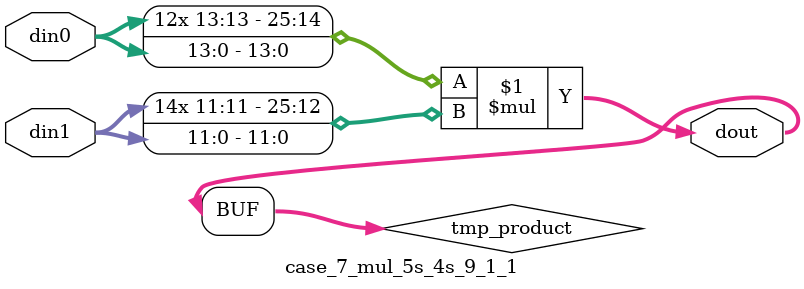
<source format=v>

`timescale 1 ns / 1 ps

 (* use_dsp = "no" *)  module case_7_mul_5s_4s_9_1_1(din0, din1, dout);
parameter ID = 1;
parameter NUM_STAGE = 0;
parameter din0_WIDTH = 14;
parameter din1_WIDTH = 12;
parameter dout_WIDTH = 26;

input [din0_WIDTH - 1 : 0] din0; 
input [din1_WIDTH - 1 : 0] din1; 
output [dout_WIDTH - 1 : 0] dout;

wire signed [dout_WIDTH - 1 : 0] tmp_product;



























assign tmp_product = $signed(din0) * $signed(din1);








assign dout = tmp_product;





















endmodule

</source>
